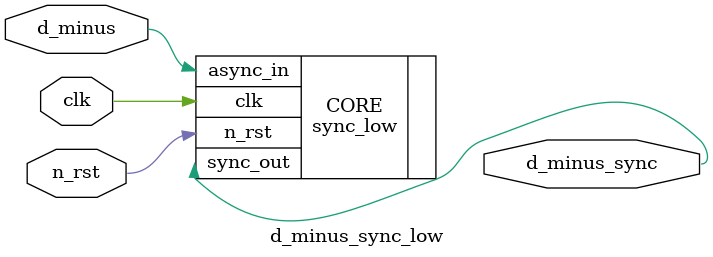
<source format=sv>
module d_minus_sync_low
(
    input wire clk,
    input wire n_rst,
    input wire d_minus,
    output reg d_minus_sync
);

sync_low
CORE(
    .clk(clk),
    .n_rst(n_rst),
    .async_in(d_minus),
    .sync_out(d_minus_sync)
);

endmodule
</source>
